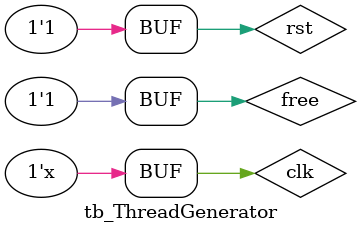
<source format=v>
`timescale 1ns / 1ps


module tb_ThreadGenerator;

reg clk = 0;
reg rst = 1;
reg free = 0;
wire [9:0] pixelx;
wire [9:0] pixely;
wire valid2;

ThreadGenerator tg (
        .clk(clk),
        .rst(rst),
        .ray_core_free(free),
        .pixel_x(pixelx),
        .pixel_y(pixely),
        .valid(valid2)
);

always #1 clk = ~clk; // 2ns period

initial begin
        #10 rst = 0;
        #10 rst = 1;
        #10 rst = 0;
        #10 free = 1;
        #10 free = 0;
        #10 free = 1;
        #50 rst = 1;   
    end
endmodule

</source>
